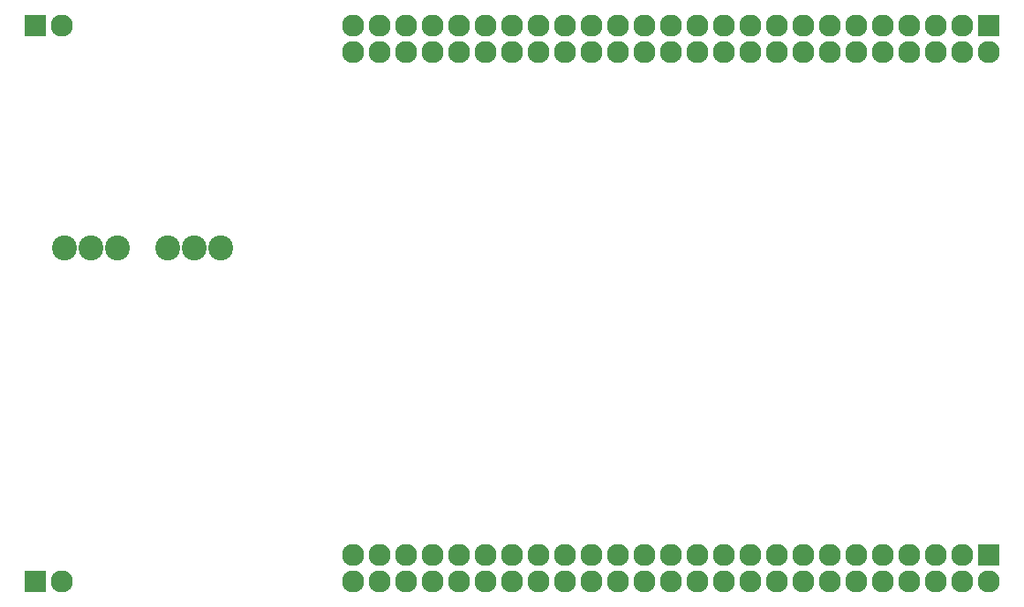
<source format=gbs>
G04 #@! TF.FileFunction,Soldermask,Bot*
%FSLAX46Y46*%
G04 Gerber Fmt 4.6, Leading zero omitted, Abs format (unit mm)*
G04 Created by KiCad (PCBNEW 4.0.4+dfsg1-stable) date Wed Nov 30 20:07:12 2016*
%MOMM*%
%LPD*%
G01*
G04 APERTURE LIST*
%ADD10C,0.100000*%
%ADD11R,2.127200X2.127200*%
%ADD12O,2.127200X2.127200*%
%ADD13C,2.398980*%
G04 APERTURE END LIST*
D10*
D11*
X173990000Y-85090000D03*
D12*
X173990000Y-87630000D03*
X171450000Y-85090000D03*
X171450000Y-87630000D03*
X168910000Y-85090000D03*
X168910000Y-87630000D03*
X166370000Y-85090000D03*
X166370000Y-87630000D03*
X163830000Y-85090000D03*
X163830000Y-87630000D03*
X161290000Y-85090000D03*
X161290000Y-87630000D03*
X158750000Y-85090000D03*
X158750000Y-87630000D03*
X156210000Y-85090000D03*
X156210000Y-87630000D03*
X153670000Y-85090000D03*
X153670000Y-87630000D03*
X151130000Y-85090000D03*
X151130000Y-87630000D03*
X148590000Y-85090000D03*
X148590000Y-87630000D03*
X146050000Y-85090000D03*
X146050000Y-87630000D03*
X143510000Y-85090000D03*
X143510000Y-87630000D03*
X140970000Y-85090000D03*
X140970000Y-87630000D03*
X138430000Y-85090000D03*
X138430000Y-87630000D03*
X135890000Y-85090000D03*
X135890000Y-87630000D03*
X133350000Y-85090000D03*
X133350000Y-87630000D03*
X130810000Y-85090000D03*
X130810000Y-87630000D03*
X128270000Y-85090000D03*
X128270000Y-87630000D03*
X125730000Y-85090000D03*
X125730000Y-87630000D03*
X123190000Y-85090000D03*
X123190000Y-87630000D03*
X120650000Y-85090000D03*
X120650000Y-87630000D03*
X118110000Y-85090000D03*
X118110000Y-87630000D03*
X115570000Y-85090000D03*
X115570000Y-87630000D03*
X113030000Y-85090000D03*
X113030000Y-87630000D03*
D11*
X173990000Y-135890000D03*
D12*
X173990000Y-138430000D03*
X171450000Y-135890000D03*
X171450000Y-138430000D03*
X168910000Y-135890000D03*
X168910000Y-138430000D03*
X166370000Y-135890000D03*
X166370000Y-138430000D03*
X163830000Y-135890000D03*
X163830000Y-138430000D03*
X161290000Y-135890000D03*
X161290000Y-138430000D03*
X158750000Y-135890000D03*
X158750000Y-138430000D03*
X156210000Y-135890000D03*
X156210000Y-138430000D03*
X153670000Y-135890000D03*
X153670000Y-138430000D03*
X151130000Y-135890000D03*
X151130000Y-138430000D03*
X148590000Y-135890000D03*
X148590000Y-138430000D03*
X146050000Y-135890000D03*
X146050000Y-138430000D03*
X143510000Y-135890000D03*
X143510000Y-138430000D03*
X140970000Y-135890000D03*
X140970000Y-138430000D03*
X138430000Y-135890000D03*
X138430000Y-138430000D03*
X135890000Y-135890000D03*
X135890000Y-138430000D03*
X133350000Y-135890000D03*
X133350000Y-138430000D03*
X130810000Y-135890000D03*
X130810000Y-138430000D03*
X128270000Y-135890000D03*
X128270000Y-138430000D03*
X125730000Y-135890000D03*
X125730000Y-138430000D03*
X123190000Y-135890000D03*
X123190000Y-138430000D03*
X120650000Y-135890000D03*
X120650000Y-138430000D03*
X118110000Y-135890000D03*
X118110000Y-138430000D03*
X115570000Y-135890000D03*
X115570000Y-138430000D03*
X113030000Y-135890000D03*
X113030000Y-138430000D03*
D11*
X82550000Y-85090000D03*
D12*
X85090000Y-85090000D03*
D11*
X82550000Y-138430000D03*
D12*
X85090000Y-138430000D03*
D13*
X97790000Y-106426000D03*
X100330000Y-106426000D03*
X95250000Y-106426000D03*
X87884000Y-106426000D03*
X90424000Y-106426000D03*
X85344000Y-106426000D03*
M02*

</source>
